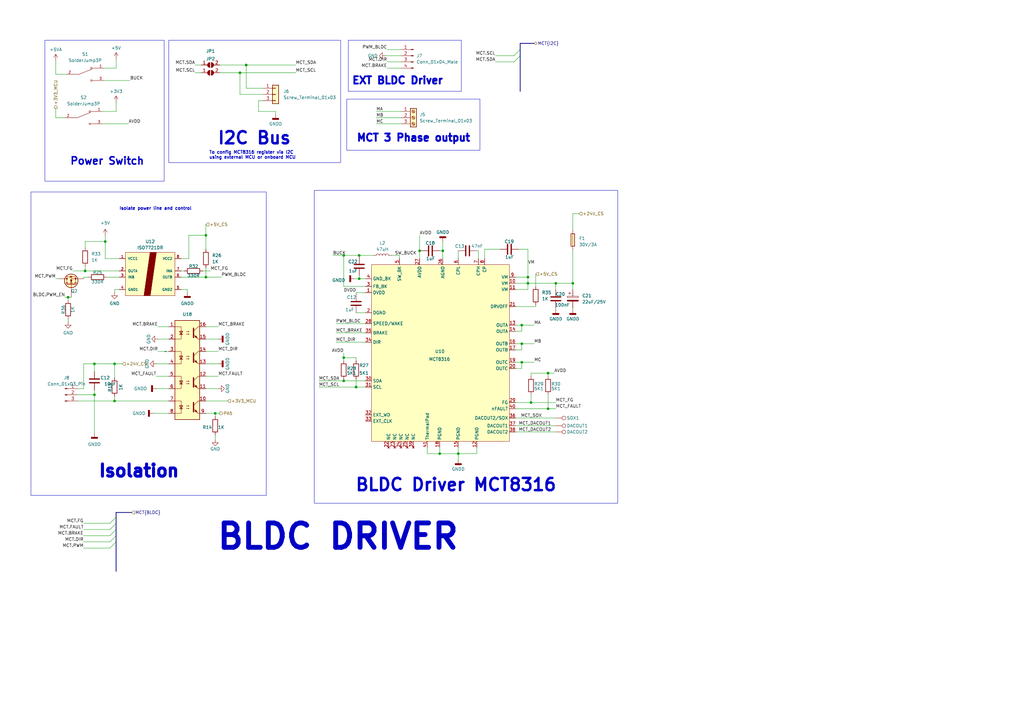
<source format=kicad_sch>
(kicad_sch (version 20230121) (generator eeschema)
  (paper "A3")
  (lib_symbols
    (symbol "IVS_SYMBOLS:C" (pin_numbers hide) (pin_names (offset 0.254))
      (property "Reference" "C" (at 0.635 2.54 0))
      (property "Value" "C" (at 0.635 -2.54 0))
      (symbol "C_1_1"
        (pin passive line (at 0 3.81 270) (length 2.794) (name "~") (number "1"))
        (pin passive line (at 0 -3.81 90) (length 2.794) (name "~") (number "2"))
      )
    )
    (symbol "IVS_SYMBOLS:C_Polarized" (pin_numbers hide) (pin_names (offset 0.254))
      (property "Reference" "C" (at 0.635 2.54 0))
      (property "Value" "C_Polarized" (at 0.635 -2.54 0))
      (symbol "C_Polarized_1_1"
        (pin passive line (at 0 3.81 270) (length 2.794) (name "~") (number "1"))
        (pin passive line (at 0 -3.81 90) (length 2.794) (name "~") (number "2"))
      )
    )
    (symbol "IVS_SYMBOLS:Conn_01x03" (pin_names (offset 1.016) hide)
      (property "Reference" "J" (at 0 5.08 0))
      (property "Value" "Conn_01x03" (at 0 -5.08 0))
      (symbol "Conn_01x03_1_1"
        (pin passive line (at -5.08 2.54 0) (length 3.81) (name "Pin_1") (number "1"))
        (pin passive line (at -5.08 0 0) (length 3.81) (name "Pin_2") (number "2"))
        (pin passive line (at -5.08 -2.54 0) (length 3.81) (name "Pin_3") (number "3"))
      )
    )
    (symbol "IVS_SYMBOLS:Conn_01x03_Pin" (pin_names (offset 1.016) hide)
      (property "Reference" "J" (at 0 5.08 0))
      (property "Value" "Conn_01x03_Pin" (at 0 -5.08 0))
      (symbol "Conn_01x03_Pin_1_1"
        (pin passive line (at 5.08 2.54 180) (length 3.81) (name "Pin_1") (number "1"))
        (pin passive line (at 5.08 0 180) (length 3.81) (name "Pin_2") (number "2"))
        (pin passive line (at 5.08 -2.54 180) (length 3.81) (name "Pin_3") (number "3"))
      )
    )
    (symbol "IVS_SYMBOLS:Conn_01x04_Male" (pin_names (offset 1.016) hide)
      (property "Reference" "J" (at 0 5.08 0))
      (property "Value" "Conn_01x04_Male" (at 0 -7.62 0))
      (symbol "Conn_01x04_Male_1_1"
        (pin passive line (at 5.08 2.54 180) (length 3.81) (name "Pin_1") (number "1"))
        (pin passive line (at 5.08 0 180) (length 3.81) (name "Pin_2") (number "2"))
        (pin passive line (at 5.08 -2.54 180) (length 3.81) (name "Pin_3") (number "3"))
        (pin passive line (at 5.08 -5.08 180) (length 3.81) (name "Pin_4") (number "4"))
      )
    )
    (symbol "IVS_SYMBOLS:EG1206" (pin_names (offset 1.016))
      (property "Reference" "S" (at -2.54 5.08 0))
      (property "Value" "EG1206" (at -2.54 -5.08 0))
      (symbol "EG1206_0_0"
        (pin passive line (at 7.62 2.54 180) (length 2.54) (name "~") (number "1"))
        (pin passive line (at -7.62 0 0) (length 2.54) (name "~") (number "2"))
        (pin passive line (at 7.62 -2.54 180) (length 2.54) (name "~") (number "3"))
      )
    )
    (symbol "IVS_SYMBOLS:Fuse" (pin_numbers hide) (pin_names (offset 0))
      (property "Reference" "F" (at 0 2.032 0))
      (property "Value" "Fuse" (at 0 -1.905 0))
      (symbol "Fuse_1_1"
        (pin passive line (at -3.81 0 0) (length 1.27) (name "~") (number "1"))
        (pin passive line (at 3.81 0 180) (length 1.27) (name "~") (number "2"))
      )
    )
    (symbol "IVS_SYMBOLS:ISO7721DR" (pin_names (offset 1.016))
      (property "Reference" "U" (at -10.16 11.16 0))
      (property "Value" "ISO7721DR" (at -10.16 -10.16 0))
      (symbol "ISO7721DR_0_0"
        (pin power_in line (at -12.7 7.62 0) (length 2.54) (name "VCC1") (number "1"))
        (pin output line (at -12.7 2.54 0) (length 2.54) (name "OUTA") (number "2"))
        (pin input line (at -12.7 0 0) (length 2.54) (name "INB") (number "3"))
        (pin power_in line (at -12.7 -5.08 0) (length 2.54) (name "GND1") (number "4"))
        (pin power_in line (at 12.7 -5.08 180) (length 2.54) (name "GND2") (number "5"))
        (pin output line (at 12.7 0 180) (length 2.54) (name "OUTB") (number "6"))
        (pin input line (at 12.7 2.54 180) (length 2.54) (name "INA") (number "7"))
        (pin power_in line (at 12.7 7.62 180) (length 2.54) (name "VCC2") (number "8"))
      )
    )
    (symbol "IVS_SYMBOLS:L" (pin_numbers hide) (pin_names (offset 1.016) hide)
      (property "Reference" "L" (at -1.27 0 90))
      (property "Value" "L" (at 1.905 0 90))
      (symbol "L_1_1"
        (pin passive line (at 0 3.81 270) (length 1.27) (name "1") (number "1"))
        (pin passive line (at 0 -3.81 90) (length 1.27) (name "2") (number "2"))
      )
    )
    (symbol "IVS_SYMBOLS:MCT8316"
      (property "Reference" "U10" (at -1.905 0.635 0))
      (property "Value" "MCT8316" (at -4.445 -2.54 0))
      (symbol "MCT8316_1_1"
        (pin power_in line (at -30.48 24.765 0) (length 2.54) (name "DVDD") (number "1"))
        (pin power_in line (at 31.115 28.575 180) (length 2.54) (name "VM") (number "10"))
        (pin power_in line (at 31.115 26.035 180) (length 2.54) (name "VM") (number "11"))
        (pin power_in line (at 15.24 -38.735 90) (length 2.54) (name "PGND") (number "12"))
        (pin output line (at 31.115 11.43 180) (length 2.54) (name "OUTA") (number "13"))
        (pin output line (at 31.115 8.89 180) (length 2.54) (name "OUTA") (number "14"))
        (pin power_in line (at 7.62 -38.735 90) (length 2.54) (name "PGND") (number "15"))
        (pin output line (at 31.115 3.81 180) (length 2.54) (name "OUTB") (number "16"))
        (pin output line (at 31.115 1.27 180) (length 2.54) (name "OUTB") (number "17"))
        (pin power_in line (at 0 -38.735 90) (length 2.54) (name "PGND") (number "18"))
        (pin output line (at 31.115 -3.81 180) (length 2.54) (name "OUTC") (number "19"))
        (pin power_in line (at -30.48 16.51 0) (length 2.54) (name "DGND") (number "2"))
        (pin output line (at 31.115 -6.35 180) (length 2.54) (name "OUTC") (number "20"))
        (pin input line (at 31.115 19.05 180) (length 2.54) (name "DRVOFF") (number "21"))
        (pin no_connect line (at -20.955 -38.735 90) (length 2.54) (name "NC") (number "22"))
        (pin no_connect line (at -18.415 -38.735 90) (length 2.54) (name "NC") (number "23"))
        (pin no_connect line (at -15.875 -38.735 90) (length 2.54) (name "NC") (number "24"))
        (pin no_connect line (at -13.335 -38.735 90) (length 2.54) (name "NC") (number "25"))
        (pin input line (at 1.27 38.735 270) (length 2.54) (name "AGND") (number "26"))
        (pin input line (at -8.255 38.735 270) (length 2.54) (name "AVDD") (number "27"))
        (pin input line (at -30.48 12.065 0) (length 2.54) (name "SPEED/WAKE") (number "28"))
        (pin output line (at 31.115 -20.32 180) (length 2.54) (name "FG") (number "29"))
        (pin input line (at -30.48 27.305 0) (length 2.54) (name "FB_BK") (number "3"))
        (pin bidirectional line (at -30.48 -11.43 0) (length 2.54) (name "SDA") (number "30"))
        (pin input line (at -30.48 -13.97 0) (length 2.54) (name "SCL") (number "31"))
        (pin input line (at -30.48 -25.4 0) (length 2.54) (name "EXT_WD") (number "32"))
        (pin input line (at -30.48 -27.94 0) (length 2.54) (name "EXT_CLK") (number "33"))
        (pin input line (at -30.48 4.445 0) (length 2.54) (name "DIR") (number "34"))
        (pin input line (at -30.48 8.255 0) (length 2.54) (name "BRAKE") (number "35"))
        (pin output line (at 31.115 -26.67 180) (length 2.54) (name "DACOUT2/SOX") (number "36"))
        (pin output line (at 31.115 -29.845 180) (length 2.54) (name "DACOUT1") (number "37"))
        (pin output line (at 31.115 -32.385 180) (length 2.54) (name "DACOUT2") (number "38"))
        (pin no_connect line (at -10.795 -38.735 90) (length 2.54) (name "NC") (number "39"))
        (pin input line (at -30.48 30.48 0) (length 2.54) (name "GND_BK") (number "4"))
        (pin output line (at 31.115 -22.86 180) (length 2.54) (name "nFAULT") (number "40"))
        (pin passive line (at -5.08 -38.735 90) (length 2.54) (name "ThermalPad") (number "41"))
        (pin input line (at -16.51 38.735 270) (length 2.54) (name "SW_BK") (number "5"))
        (pin input line (at 7.62 38.735 270) (length 2.54) (name "CPL") (number "6"))
        (pin input line (at 15.875 38.735 270) (length 2.54) (name "CPH") (number "7"))
        (pin input line (at 18.415 38.735 270) (length 2.54) (name "CP") (number "8"))
        (pin power_in line (at 31.115 31.115 180) (length 2.54) (name "VM") (number "9"))
      )
    )
    (symbol "IVS_SYMBOLS:N_Mosfet" (pin_numbers hide) (pin_names hide)
      (property "Reference" "Q" (at 2.794 1.2192 0))
      (symbol "N_Mosfet_1_1"
        (pin input line (at -7.62 0 0) (length 2.54) (name "G") (number "1"))
        (pin passive line (at 0 -5.08 90) (length 2.54) (name "S") (number "2"))
        (pin passive line (at 0 5.08 270) (length 2.54) (name "D") (number "3"))
      )
    )
    (symbol "IVS_SYMBOLS:PS2801-4"
      (property "Reference" "U" (at -4.445 21.59 0))
      (symbol "PS2801-4_1_1"
        (pin passive line (at -7.62 17.78 0) (length 2.54) (name "~") (number "1"))
        (pin passive line (at 7.62 -12.7 180) (length 2.54) (name "~") (number "10"))
        (pin passive line (at 7.62 -7.62 180) (length 2.54) (name "~") (number "11"))
        (pin passive line (at 7.62 -2.54 180) (length 2.54) (name "~") (number "12"))
        (pin passive line (at 7.62 2.54 180) (length 2.54) (name "~") (number "13"))
        (pin passive line (at 7.62 7.62 180) (length 2.54) (name "~") (number "14"))
        (pin passive line (at 7.62 12.7 180) (length 2.54) (name "~") (number "15"))
        (pin passive line (at 7.62 17.78 180) (length 2.54) (name "~") (number "16"))
        (pin passive line (at -7.62 12.7 0) (length 2.54) (name "~") (number "2"))
        (pin passive line (at -7.62 7.62 0) (length 2.54) (name "~") (number "3"))
        (pin passive line (at -7.62 2.54 0) (length 2.54) (name "~") (number "4"))
        (pin passive line (at -7.62 -2.54 0) (length 2.54) (name "~") (number "5"))
        (pin passive line (at -7.62 -7.62 0) (length 2.54) (name "~") (number "6"))
        (pin passive line (at -7.62 -12.7 0) (length 2.54) (name "~") (number "7"))
        (pin passive line (at -7.62 -17.78 0) (length 2.54) (name "~") (number "8"))
        (pin passive line (at 7.62 -17.78 180) (length 2.54) (name "~") (number "9"))
      )
    )
    (symbol "IVS_SYMBOLS:R" (pin_numbers hide) (pin_names (offset 0))
      (property "Reference" "R" (at 2.032 0 90))
      (property "Value" "R" (at 0 0 90))
      (symbol "R_1_1"
        (pin passive line (at 0 3.81 270) (length 1.27) (name "~") (number "1"))
        (pin passive line (at 0 -3.81 90) (length 1.27) (name "~") (number "2"))
      )
    )
    (symbol "IVS_SYMBOLS:Screw_Terminal_01x03" (pin_names (offset 1.016) hide)
      (property "Reference" "J" (at 0 5.08 0))
      (property "Value" "Screw_Terminal_01x03" (at 0 -5.08 0))
      (symbol "Screw_Terminal_01x03_1_1"
        (pin passive line (at -5.08 2.54 0) (length 3.81) (name "Pin_1") (number "1"))
        (pin passive line (at -5.08 0 0) (length 3.81) (name "Pin_2") (number "2"))
        (pin passive line (at -5.08 -2.54 0) (length 3.81) (name "Pin_3") (number "3"))
      )
    )
    (symbol "IVS_SYMBOLS:SolderJumper_2_Open" (pin_names (offset 0) hide)
      (property "Reference" "JP" (at 0 2.032 0))
      (property "Value" "SolderJumper_2_Open" (at 0 -2.54 0))
      (symbol "SolderJumper_2_Open_1_1"
        (pin passive line (at -3.81 0 0) (length 2.54) (name "A") (number "1"))
        (pin passive line (at 3.81 0 180) (length 2.54) (name "B") (number "2"))
      )
    )
    (symbol "IVS_SYMBOLS:TestPoint" (pin_numbers hide) (pin_names (offset 0.762) hide)
      (property "Reference" "TP" (at 0 6.858 0))
      (property "Value" "TestPoint" (at 0 5.08 0))
      (symbol "TestPoint_1_1"
        (pin passive line (at 0 0 90) (length 2.54) (name "1") (number "1"))
      )
    )
    (symbol "power:+3V3" (power) (pin_names (offset 0))
      (property "Value" "+3V3" (at 0 3.556 0))
      (symbol "+3V3_1_1"
        (pin power_in line (at 0 0 90) (length 0) hide (name "+3V3") (number "1"))
      )
    )
    (symbol "power:+5V" (power) (pin_names (offset 0))
      (property "Value" "+5V" (at 0 3.556 0))
      (symbol "+5V_1_1"
        (pin power_in line (at 0 0 90) (length 0) hide (name "+5V") (number "1"))
      )
    )
    (symbol "power:+5VA" (power) (pin_names (offset 0))
      (property "Value" "+5VA" (at 0 3.556 0))
      (symbol "+5VA_1_1"
        (pin power_in line (at 0 0 90) (length 0) hide (name "+5VA") (number "1"))
      )
    )
    (symbol "power:GND" (power) (pin_names (offset 0))
      (property "Value" "GND" (at 0 -3.81 0))
      (symbol "GND_1_1"
        (pin power_in line (at 0 0 270) (length 0) hide (name "GND") (number "1"))
      )
    )
    (symbol "power:GNDD" (power) (pin_names (offset 0))
      (property "Value" "GNDD" (at 0 -3.175 0))
      (symbol "GNDD_1_1"
        (pin power_in line (at 0 0 270) (length 0) hide (name "GNDD") (number "1"))
      )
    )
  )
  (bus_alias "BLDC" (members "FG" "FAULT" "BRAKE" "DIR" "PWM"))
  (junction (at 46.99 164.465))
  (junction (at 172.085 102.87))
  (junction (at 38.735 149.225))
  (junction (at 224.79 153.035))
  (junction (at 84.455 113.665))
  (junction (at 140.97 104.775))
  (junction (at 146.05 158.75))
  (junction (at 216.535 113.665))
  (junction (at 140.97 146.685))
  (junction (at 147.32 104.775))
  (junction (at 213.995 148.59))
  (junction (at 88.265 169.545))
  (junction (at 227.965 116.205))
  (junction (at 213.995 140.97))
  (junction (at 34.925 111.125))
  (junction (at 27.94 121.92))
  (junction (at 217.805 165.1))
  (junction (at 140.97 156.21))
  (junction (at 216.535 116.205))
  (junction (at 43.18 99.06))
  (junction (at 46.99 149.225))
  (junction (at 181.61 102.87))
  (junction (at 38.735 161.925))
  (junction (at 187.96 186.055))
  (junction (at 100.965 26.67))
  (junction (at 98.425 29.845))
  (junction (at 213.995 133.35))
  (junction (at 84.455 96.52))
  (junction (at 224.79 167.64))
  (junction (at 234.95 116.205))
  (junction (at 147.32 114.3))
  (junction (at 180.34 186.055))
  (bus_entry (at 45.085 217.17) (size 2.54 -2.54))
  (bus_entry (at 210.82 25.4) (size 2.54 -2.54))
  (bus_entry (at 210.82 22.86) (size 2.54 -2.54))
  (bus_entry (at 45.085 219.71) (size 2.54 -2.54))
  (bus_entry (at 45.085 214.63) (size 2.54 -2.54))
  (bus_entry (at 45.085 224.79) (size 2.54 -2.54))
  (bus_entry (at 45.085 222.25) (size 2.54 -2.54))
  (wire (pts (xy 34.29 222.25) (xy 45.085 222.25)))
  (wire (pts (xy 84.455 96.52) (xy 84.455 102.235)))
  (wire (pts (xy 69.215 169.545) (xy 62.865 169.545)))
  (wire (pts (xy 216.535 116.205) (xy 216.535 118.745)))
  (wire (pts (xy 224.79 153.035) (xy 224.79 154.305)))
  (wire (pts (xy 205.105 102.235) (xy 198.755 102.235)))
  (wire (pts (xy 234.95 116.205) (xy 234.95 102.235)))
  (bus (pts (xy 213.36 20.32) (xy 213.36 22.86)))
  (wire (pts (xy 219.71 125.73) (xy 219.71 125.095)))
  (wire (pts (xy 213.995 148.59) (xy 219.075 148.59)))
  (wire (pts (xy 137.795 140.335) (xy 149.86 140.335)))
  (wire (pts (xy 224.79 153.035) (xy 227.33 153.035)))
  (wire (pts (xy 211.455 177.165) (xy 227.965 177.165)))
  (wire (pts (xy 234.95 126.365) (xy 234.95 127)))
  (wire (pts (xy 146.05 147.955) (xy 146.05 146.685)))
  (wire (pts (xy 234.95 87.63) (xy 234.95 94.615)))
  (bus (pts (xy 47.625 219.71) (xy 47.625 222.25)))
  (wire (pts (xy 172.72 102.87) (xy 172.085 102.87)))
  (wire (pts (xy 216.535 116.205) (xy 216.535 113.665)))
  (wire (pts (xy 147.32 114.3) (xy 149.86 114.3)))
  (wire (pts (xy 213.995 140.97) (xy 219.075 140.97)))
  (wire (pts (xy 41.91 45.72) (xy 47.625 45.72)))
  (wire (pts (xy 90.17 26.67) (xy 100.965 26.67)))
  (wire (pts (xy 34.925 109.22) (xy 34.925 111.125)))
  (wire (pts (xy 187.96 102.87) (xy 187.96 106.045)))
  (wire (pts (xy 88.265 180.34) (xy 88.265 178.435)))
  (wire (pts (xy 158.75 25.4) (xy 164.465 25.4)))
  (wire (pts (xy 38.735 161.925) (xy 38.735 160.02)))
  (wire (pts (xy 98.425 29.845) (xy 121.285 29.845)))
  (wire (pts (xy 211.455 143.51) (xy 213.995 143.51)))
  (wire (pts (xy 136.525 104.775) (xy 140.97 104.775)))
  (bus (pts (xy 213.36 22.86) (xy 213.36 37.465)))
  (wire (pts (xy 89.535 144.145) (xy 84.455 144.145)))
  (wire (pts (xy 149.86 120.015) (xy 146.05 120.015)))
  (wire (pts (xy 146.05 128.27) (xy 149.86 128.27)))
  (wire (pts (xy 140.97 146.685) (xy 140.97 147.955)))
  (wire (pts (xy 84.455 149.225) (xy 89.535 149.225)))
  (wire (pts (xy 46.99 149.225) (xy 46.99 154.94)))
  (wire (pts (xy 217.805 153.035) (xy 224.79 153.035)))
  (wire (pts (xy 22.86 30.48) (xy 22.86 24.765)))
  (wire (pts (xy 180.34 183.515) (xy 180.34 186.055)))
  (wire (pts (xy 234.95 116.205) (xy 234.95 118.745)))
  (wire (pts (xy 145.415 114.3) (xy 147.32 114.3)))
  (wire (pts (xy 84.455 154.305) (xy 89.535 154.305)))
  (wire (pts (xy 84.455 159.385) (xy 89.535 159.385)))
  (wire (pts (xy 46.99 149.225) (xy 50.165 149.225)))
  (wire (pts (xy 147.32 104.775) (xy 147.32 105.41)))
  (wire (pts (xy 211.455 174.625) (xy 227.965 174.625)))
  (wire (pts (xy 224.79 167.64) (xy 227.965 167.64)))
  (wire (pts (xy 41.91 50.8) (xy 52.705 50.8)))
  (wire (pts (xy 203.2 25.4) (xy 210.82 25.4)))
  (wire (pts (xy 84.455 109.855) (xy 84.455 113.665)))
  (wire (pts (xy 84.455 92.075) (xy 84.455 96.52)))
  (wire (pts (xy 163.83 104.775) (xy 160.655 104.775)))
  (wire (pts (xy 34.29 159.385) (xy 34.29 149.225)))
  (wire (pts (xy 69.215 144.145) (xy 64.77 144.145)))
  (wire (pts (xy 227.965 126.365) (xy 227.965 127)))
  (wire (pts (xy 195.58 102.87) (xy 196.215 102.87)))
  (wire (pts (xy 34.29 217.17) (xy 45.085 217.17)))
  (wire (pts (xy 43.18 99.06) (xy 43.18 96.52)))
  (wire (pts (xy 80.01 26.67) (xy 82.55 26.67)))
  (wire (pts (xy 80.01 29.845) (xy 82.55 29.845)))
  (wire (pts (xy 217.805 165.1) (xy 217.805 161.925)))
  (wire (pts (xy 211.455 167.64) (xy 224.79 167.64)))
  (wire (pts (xy 48.895 106.045) (xy 43.18 106.045)))
  (wire (pts (xy 181.61 102.87) (xy 181.61 106.045)))
  (bus (pts (xy 47.625 212.09) (xy 47.625 214.63)))
  (wire (pts (xy 34.29 114.3) (xy 34.29 113.665)))
  (wire (pts (xy 77.47 96.52) (xy 84.455 96.52)))
  (wire (pts (xy 146.05 146.685) (xy 140.97 146.685)))
  (bus (pts (xy 47.625 210.185) (xy 47.625 212.09)))
  (wire (pts (xy 22.86 30.48) (xy 27.305 30.48)))
  (wire (pts (xy 211.455 171.45) (xy 227.965 171.45)))
  (wire (pts (xy 137.795 136.525) (xy 149.86 136.525)))
  (wire (pts (xy 187.96 186.055) (xy 187.96 188.595)))
  (wire (pts (xy 84.455 113.665) (xy 90.805 113.665)))
  (wire (pts (xy 89.535 133.985) (xy 84.455 133.985)))
  (wire (pts (xy 42.545 33.02) (xy 53.34 33.02)))
  (wire (pts (xy 34.925 111.125) (xy 48.895 111.125)))
  (wire (pts (xy 217.805 165.1) (xy 227.965 165.1)))
  (wire (pts (xy 146.05 120.015) (xy 146.05 120.65)))
  (wire (pts (xy 46.99 164.465) (xy 69.215 164.465)))
  (wire (pts (xy 47.625 45.72) (xy 47.625 41.91)))
  (wire (pts (xy 213.995 135.89) (xy 213.995 133.35)))
  (wire (pts (xy 154.305 48.26) (xy 164.465 48.26)))
  (wire (pts (xy 27.94 121.92) (xy 27.94 123.19)))
  (wire (pts (xy 227.965 116.205) (xy 216.535 116.205)))
  (wire (pts (xy 34.925 99.06) (xy 43.18 99.06)))
  (wire (pts (xy 46.99 118.745) (xy 46.99 120.015)))
  (wire (pts (xy 140.97 155.575) (xy 140.97 156.21)))
  (wire (pts (xy 31.75 161.925) (xy 38.735 161.925)))
  (wire (pts (xy 147.32 113.03) (xy 147.32 114.3)))
  (wire (pts (xy 31.75 164.465) (xy 46.99 164.465)))
  (wire (pts (xy 187.96 186.055) (xy 195.58 186.055)))
  (wire (pts (xy 175.26 183.515) (xy 175.26 186.055)))
  (wire (pts (xy 153.035 104.775) (xy 147.32 104.775)))
  (wire (pts (xy 84.455 113.665) (xy 74.295 113.665)))
  (wire (pts (xy 26.67 121.92) (xy 27.94 121.92)))
  (wire (pts (xy 227.965 116.205) (xy 227.965 118.745)))
  (wire (pts (xy 88.265 169.545) (xy 88.265 170.815)))
  (wire (pts (xy 213.995 133.35) (xy 219.075 133.35)))
  (bus (pts (xy 219.075 17.78) (xy 213.36 17.78)))
  (bus (pts (xy 47.625 217.17) (xy 47.625 219.71)))
  (wire (pts (xy 212.725 102.235) (xy 216.535 102.235)))
  (wire (pts (xy 69.215 139.065) (xy 64.77 139.065)))
  (wire (pts (xy 149.86 117.475) (xy 140.97 117.475)))
  (wire (pts (xy 180.34 102.87) (xy 181.61 102.87)))
  (wire (pts (xy 46.99 162.56) (xy 46.99 164.465)))
  (wire (pts (xy 203.2 22.86) (xy 210.82 22.86)))
  (wire (pts (xy 34.925 101.6) (xy 34.925 99.06)))
  (wire (pts (xy 163.83 106.045) (xy 163.83 104.775)))
  (wire (pts (xy 146.05 155.575) (xy 146.05 158.75)))
  (wire (pts (xy 64.135 159.385) (xy 69.215 159.385)))
  (wire (pts (xy 34.29 219.71) (xy 45.085 219.71)))
  (wire (pts (xy 140.97 117.475) (xy 140.97 104.775)))
  (wire (pts (xy 216.535 113.665) (xy 211.455 113.665)))
  (bus (pts (xy 53.975 210.185) (xy 47.625 210.185)))
  (wire (pts (xy 219.71 112.395) (xy 219.71 117.475)))
  (wire (pts (xy 29.845 111.125) (xy 34.925 111.125)))
  (wire (pts (xy 84.455 139.065) (xy 89.535 139.065)))
  (wire (pts (xy 172.085 102.87) (xy 172.085 106.045)))
  (wire (pts (xy 180.34 186.055) (xy 187.96 186.055)))
  (wire (pts (xy 146.05 158.75) (xy 149.86 158.75)))
  (wire (pts (xy 211.455 151.13) (xy 213.995 151.13)))
  (wire (pts (xy 211.455 116.205) (xy 216.535 116.205)))
  (wire (pts (xy 34.29 149.225) (xy 38.735 149.225)))
  (bus (pts (xy 47.625 214.63) (xy 47.625 217.17)))
  (wire (pts (xy 211.455 135.89) (xy 213.995 135.89)))
  (bus (pts (xy 213.36 17.78) (xy 213.36 20.32)))
  (wire (pts (xy 130.81 158.75) (xy 146.05 158.75)))
  (wire (pts (xy 74.295 118.745) (xy 76.835 118.745)))
  (wire (pts (xy 98.425 38.735) (xy 98.425 29.845)))
  (wire (pts (xy 93.345 164.465) (xy 84.455 164.465)))
  (wire (pts (xy 100.965 36.195) (xy 100.965 26.67)))
  (wire (pts (xy 74.295 111.125) (xy 75.565 111.125)))
  (wire (pts (xy 27.94 121.92) (xy 29.21 121.92)))
  (wire (pts (xy 113.03 45.72) (xy 113.03 46.99)))
  (wire (pts (xy 140.97 144.78) (xy 140.97 146.685)))
  (wire (pts (xy 198.755 102.235) (xy 198.755 106.045)))
  (wire (pts (xy 217.805 154.305) (xy 217.805 153.035)))
  (wire (pts (xy 43.815 113.665) (xy 48.895 113.665)))
  (wire (pts (xy 158.75 20.32) (xy 164.465 20.32)))
  (wire (pts (xy 154.305 50.8) (xy 164.465 50.8)))
  (wire (pts (xy 34.29 214.63) (xy 45.085 214.63)))
  (wire (pts (xy 27.94 130.81) (xy 27.94 132.08)))
  (wire (pts (xy 216.535 102.235) (xy 216.535 113.665)))
  (wire (pts (xy 107.95 41.275) (xy 106.045 41.275)))
  (wire (pts (xy 106.045 45.72) (xy 113.03 45.72)))
  (wire (pts (xy 22.86 44.45) (xy 22.86 48.26)))
  (wire (pts (xy 90.17 29.845) (xy 98.425 29.845)))
  (wire (pts (xy 175.26 186.055) (xy 180.34 186.055)))
  (bus (pts (xy 47.625 222.25) (xy 47.625 234.315)))
  (wire (pts (xy 195.58 186.055) (xy 195.58 183.515)))
  (wire (pts (xy 224.79 167.64) (xy 224.79 161.925)))
  (wire (pts (xy 48.895 118.745) (xy 46.99 118.745)))
  (wire (pts (xy 22.86 48.26) (xy 26.67 48.26)))
  (wire (pts (xy 137.795 132.715) (xy 149.86 132.715)))
  (wire (pts (xy 34.29 224.79) (xy 45.085 224.79)))
  (wire (pts (xy 100.965 26.67) (xy 121.285 26.67)))
  (wire (pts (xy 211.455 125.73) (xy 219.71 125.73)))
  (wire (pts (xy 38.735 149.225) (xy 46.99 149.225)))
  (wire (pts (xy 213.995 151.13) (xy 213.995 148.59)))
  (wire (pts (xy 74.295 106.045) (xy 77.47 106.045)))
  (wire (pts (xy 213.995 143.51) (xy 213.995 140.97)))
  (wire (pts (xy 140.97 104.775) (xy 147.32 104.775)))
  (wire (pts (xy 43.18 106.045) (xy 43.18 99.06)))
  (wire (pts (xy 86.36 111.125) (xy 83.185 111.125)))
  (wire (pts (xy 211.455 148.59) (xy 213.995 148.59)))
  (wire (pts (xy 47.625 27.94) (xy 47.625 24.13)))
  (wire (pts (xy 154.305 45.72) (xy 164.465 45.72)))
  (wire (pts (xy 76.835 118.745) (xy 76.835 120.015)))
  (wire (pts (xy 107.95 36.195) (xy 100.965 36.195)))
  (wire (pts (xy 38.735 149.225) (xy 38.735 152.4)))
  (wire (pts (xy 211.455 140.97) (xy 213.995 140.97)))
  (wire (pts (xy 172.085 96.52) (xy 172.085 102.87)))
  (wire (pts (xy 211.455 165.1) (xy 217.805 165.1)))
  (wire (pts (xy 64.135 154.305) (xy 69.215 154.305)))
  (wire (pts (xy 84.455 169.545) (xy 88.265 169.545)))
  (wire (pts (xy 106.045 41.275) (xy 106.045 45.72)))
  (wire (pts (xy 69.215 133.985) (xy 64.77 133.985)))
  (wire (pts (xy 34.29 113.665) (xy 36.195 113.665)))
  (wire (pts (xy 211.455 118.745) (xy 216.535 118.745)))
  (wire (pts (xy 181.61 99.06) (xy 181.61 102.87)))
  (wire (pts (xy 187.96 183.515) (xy 187.96 186.055)))
  (wire (pts (xy 158.115 22.86) (xy 164.465 22.86)))
  (wire (pts (xy 38.735 161.925) (xy 38.735 177.8)))
  (wire (pts (xy 196.215 102.87) (xy 196.215 106.045)))
  (wire (pts (xy 107.95 38.735) (xy 98.425 38.735)))
  (wire (pts (xy 42.545 27.94) (xy 47.625 27.94)))
  (wire (pts (xy 158.75 27.94) (xy 164.465 27.94)))
  (wire (pts (xy 211.455 133.35) (xy 213.995 133.35)))
  (wire (pts (xy 140.97 156.21) (xy 149.86 156.21)))
  (wire (pts (xy 237.49 87.63) (xy 234.95 87.63)))
  (wire (pts (xy 88.265 169.545) (xy 90.17 169.545)))
  (wire (pts (xy 24.13 114.3) (xy 22.86 114.3)))
  (wire (pts (xy 130.81 156.21) (xy 140.97 156.21)))
  (wire (pts (xy 227.965 116.205) (xy 234.95 116.205)))
  (wire (pts (xy 69.215 149.225) (xy 64.135 149.225)))
  (wire (pts (xy 77.47 96.52) (xy 77.47 106.045)))
  (wire (pts (xy 34.29 159.385) (xy 31.75 159.385)))
  (rectangle (start 12.7 78.74) (end 109.22 203.2))
  (rectangle (start 128.905 78.105) (end 253.365 206.375))
  (rectangle (start 142.24 40.64) (end 196.85 61.595))
  (rectangle (start 69.215 16.51) (end 139.7 66.675))
  (rectangle (start 18.415 16.51) (end 67.31 74.295))
  (rectangle (start 142.875 16.51) (end 189.23 37.465))
  (text "BLDC DRIVER" (at 88.265 226.06 0) (effects (font (size 10 10) (thickness 2) bold) (justify left bottom)))
  (text "I2C Bus" (at 88.9 59.69 0) (effects (font (size 5 5) bold) (justify left bottom)))
  (text "Isolate power line and control " (at 48.895 86.36 0) (effects (font (size 1.27 1.27) bold) (justify left bottom)))
  (text "To config MCT8316 register via I2C \nusing external MCU or onboard MCU" (at 85.725 65.405 0) (effects (font (size 1.27 1.27) bold) (justify left bottom)))
  (text "BLDC Driver MCT8316" (at 145.415 201.93 0) (effects (font (size 5 5) bold) (justify left bottom)))
  (text "Power Switch" (at 28.575 67.945 0) (effects (font (size 3 3) bold) (justify left bottom)))
  (text "MCT 3 Phase output" (at 146.05 58.42 0) (effects (font (size 3 3) (thickness 2) bold) (justify left bottom)))
  (text "EXT BLDC Driver" (at 144.145 34.925 0) (effects (font (size 3 3) (thickness 2) bold) (justify left bottom)))
  (text "Isolation" (at 40.005 196.215 0) (effects (font (size 5 5) (thickness 2) bold) (justify left bottom)))
  (label "MCT.SDA" (at 203.2 25.4 180))
  (label "MCT.SCL" (at 80.01 29.845 180))
  (label "AVDD" (at 227.33 153.035 0))
  (label "MCT_SCL" (at 121.285 29.845 0))
  (label "MC" (at 219.075 148.59 0))
  (label "AVDD" (at 172.085 96.52 0))
  (label "MCT_FG" (at 86.36 111.125 0))
  (label "AVDD" (at 52.705 50.8 0))
  (label "MCT_DIR" (at 137.795 140.335 0))
  (label "MCT_DIR" (at 89.535 144.145 0))
  (label "MCT_SOX" (at 222.25 171.45 180))
  (label "MCT.DIR" (at 64.77 144.145 180))
  (label "MCT.DIR" (at 34.29 222.25 180))
  (label "MCT.FAULT" (at 89.535 154.305 0))
  (label "MCT_SDA" (at 130.81 156.21 0))
  (label "MB" (at 219.075 140.97 0))
  (label "MCT_DACOUT1" (at 226.06 174.625 180))
  (label "MCT.BRAKE" (at 34.29 219.71 180))
  (label "MB" (at 154.305 48.26 0))
  (label "MCT_FG" (at 227.965 165.1 0))
  (label "PWM_BLDC" (at 137.795 132.715 0))
  (label "MCT_BRAKE" (at 137.795 136.525 0))
  (label "MCT.BRAKE" (at 64.77 133.985 180))
  (label "BLDC.PWM_EN" (at 26.67 121.92 180))
  (label "MCT_BRAKE" (at 89.535 133.985 0))
  (label "MCT.SDA" (at 80.01 26.67 180))
  (label "BUCK" (at 136.525 104.775 0))
  (label "MCT.DIR" (at 158.75 25.4 180))
  (label "MCT.PWM" (at 34.29 224.79 180))
  (label "BUCK" (at 53.34 33.02 0))
  (label "MCT_FAULT" (at 227.965 167.64 0))
  (label "MCT_SCL" (at 130.81 158.75 0))
  (label "MCT.FG" (at 29.845 111.125 180))
  (label "MCT.FG" (at 34.29 214.63 180))
  (label "AVDD" (at 140.97 144.78 180))
  (label "VM" (at 216.535 108.585 0))
  (label "PWM_BLDC" (at 158.75 20.32 180))
  (label "MA" (at 154.305 45.72 0))
  (label "MCT_SDA" (at 121.285 26.67 0))
  (label "SW_BUCK" (at 161.925 104.775 0))
  (label "MCT.BRAKE" (at 158.75 27.94 180))
  (label "MCT.FAULT" (at 34.29 217.17 180))
  (label "MCT.PWM" (at 22.86 114.3 180))
  (label "DVDD" (at 146.05 120.015 180))
  (label "MA" (at 219.075 133.35 0))
  (label "MCT_FAULT" (at 64.135 154.305 180))
  (label "PWM_BLDC" (at 90.805 113.665 0))
  (label "MCT_DACOUT2" (at 226.06 177.165 180))
  (label "MC" (at 154.305 50.8 0))
  (label "MCT.SCL" (at 203.2 22.86 180))
  (hierarchical_label "+24V_CS" (shape input) (at 50.165 149.225 0))
  (hierarchical_label "+3V3_MCU" (shape input) (at 93.345 164.465 0))
  (hierarchical_label "+5V_CS" (shape input) (at 84.455 92.075 0))
  (hierarchical_label "MCT{BLDC}" (shape input) (at 53.975 210.185 0))
  (hierarchical_label "MCT{I2C}" (shape bidirectional) (at 219.075 17.78 0))
  (hierarchical_label "+24V_CS" (shape input) (at 237.49 87.63 0))
  (hierarchical_label "PA5" (shape output) (at 90.17 169.545 0))
  (hierarchical_label "+3V3_MCU" (shape output) (at 22.86 44.45 90))
  (hierarchical_label "+5V_CS" (shape input) (at 219.71 112.395 0))
  (symbol (lib_id "power:GND") (at 64.77 139.065 270) (mirror x) (unit 1)
    (property "Reference" "#PWR033" (effects hide))
    (property "Value" "GND" (at 60.96 139.065 0))
  )
  (symbol (lib_id "IVS_SYMBOLS:R") (at 219.71 121.285 0) (unit 1)
    (property "Reference" "R35" (at 222.25 120.015 0) (effects (justify left)))
    (property "Value" "1K" (at 222.25 122.555 0) (effects (justify left)))
    (property "Footprint" "IVS_FOOTPRINTS:R_0603" (effects hide))
  )
  (symbol (lib_id "IVS_SYMBOLS:EG1206") (at 34.29 48.26 0) (unit 1) (in_bom no)
    (property "Reference" "S2" (at 34.29 40.005 0))
    (property "Value" "SolderJump3P" (at 34.29 42.545 0))
    (property "Footprint" "Jumper:SolderJumper-3_P1.3mm_Open_RoundedPad1.0x1.5mm_NumberLabels" (effects hide))
    (property "PARTREV" "B" (effects hide))
    (property "STANDARD" "Manufacturer Recommendations" (effects hide))
    (property "SNAPEDA_PN" "EG1206" (effects hide))
    (property "MAXIMUM_PACKAGE_HEIGHT" "6 mm" (effects hide))
    (property "MANUFACTURER" "E-Switch" (effects hide))
  )
  (symbol (lib_id "IVS_SYMBOLS:R") (at 40.005 113.665 90) (unit 1)
    (property "Reference" "R25" (at 40.005 111.76 90))
    (property "Value" "330R" (at 40.005 115.57 90))
    (property "Footprint" "IVS_FOOTPRINTS:R_0603" (effects hide))
  )
  (symbol (lib_id "IVS_SYMBOLS:TestPoint") (at 227.965 171.45 270) (unit 1) (in_bom no)
    (property "Reference" "SOX1" (at 232.41 171.45 90) (effects (justify left)))
    (property "Value" "TestPoint" (effects hide))
    (property "Footprint" "IVS_FOOTPRINTS:TestPoint_Pad_D1.0mm" (effects hide))
  )
  (symbol (lib_id "IVS_SYMBOLS:R") (at 34.925 105.41 0) (unit 1)
    (property "Reference" "R33" (at 37.465 104.14 0) (effects (justify left)))
    (property "Value" "1K" (at 37.465 106.68 0) (effects (justify left)))
    (property "Footprint" "IVS_FOOTPRINTS:R_0603" (effects hide))
  )
  (symbol (lib_id "power:GND") (at 158.115 22.86 270) (unit 1)
    (property "Reference" "#PWR053" (effects hide))
    (property "Value" "GND" (at 154.94 22.86 90) (effects (justify right)))
  )
  (symbol (lib_id "IVS_SYMBOLS:R") (at 27.94 127 180) (unit 1)
    (property "Reference" "R36" (at 26.035 127 90))
    (property "Value" "1K" (at 29.845 127 90))
    (property "Footprint" "IVS_FOOTPRINTS:R_0603" (effects hide))
  )
  (symbol (lib_id "IVS_SYMBOLS:C_Polarized") (at 234.95 122.555 0) (unit 1)
    (property "Reference" "C21" (at 238.76 121.285 0) (effects (justify left)))
    (property "Value" "22uF/25V" (at 238.76 123.825 0) (effects (justify left)))
    (property "Footprint" "Capacitor_Tantalum_SMD:CP_EIA-7343-15_Kemet-W_Pad2.25x2.55mm_HandSolder" (effects hide))
  )
  (symbol (lib_id "power:+5V") (at 47.625 24.13 0) (unit 1)
    (property "Reference" "#PWR032" (effects hide))
    (property "Value" "+5V" (at 47.625 19.685 0))
  )
  (symbol (lib_id "power:GND") (at 89.535 159.385 90) (unit 1)
    (property "Reference" "#PWR015" (effects hide))
    (property "Value" "GND" (at 93.345 159.385 0))
  )
  (symbol (lib_id "power:GND") (at 64.135 149.225 270) (mirror x) (unit 1)
    (property "Reference" "#PWR048" (effects hide))
    (property "Value" "GND" (at 60.325 149.225 0))
  )
  (symbol (lib_id "IVS_SYMBOLS:C") (at 191.77 102.87 90) (unit 1)
    (property "Reference" "C13" (at 190.5 100.965 90) (effects (justify left)))
    (property "Value" "47nF" (at 198.12 100.965 90) (effects (justify left)))
    (property "Footprint" "IVS_FOOTPRINTS:C_0603" (effects hide))
  )
  (symbol (lib_id "power:+5VA") (at 22.86 24.765 0) (unit 1)
    (property "Reference" "#PWR043" (effects hide))
    (property "Value" "+5VA" (at 22.86 20.32 0))
  )
  (symbol (lib_id "IVS_SYMBOLS:MCT8316") (at 180.34 144.78 0) (unit 1)
    (property "Reference" "U10" (at 178.435 144.145 0) (effects (justify left)))
    (property "Value" "MCT8316" (at 175.895 147.32 0) (effects (justify left)))
    (property "Footprint" "IVS_FOOTPRINTS:VQFN-40-1EP_7x7mm_P0.5mm_EP5.7x3.7mm_ThermalVias" (effects hide))
  )
  (symbol (lib_id "IVS_SYMBOLS:C") (at 147.32 109.22 180) (unit 1)
    (property "Reference" "C22" (at 146.685 107.315 0) (effects (justify left)))
    (property "Value" "1uF" (at 146.685 111.125 0) (effects (justify left)))
    (property "Footprint" "IVS_FOOTPRINTS:C_0805" (effects hide))
  )
  (symbol (lib_id "IVS_SYMBOLS:Fuse") (at 234.95 98.425 270) (unit 1)
    (property "Reference" "F1" (at 237.49 97.79 90) (effects (justify left)))
    (property "Value" "30V/3A" (at 237.49 100.33 90) (effects (justify left)))
    (property "Footprint" "Fuse:Fuse_Bourns_MF-RG300" (effects hide))
    (instances (project "DriverMotor" (path "" (reference "F1") (unit 1)) (path "" (reference "F2") (unit 1))))
  )
  (symbol (lib_id "power:GND") (at 27.94 132.08 0) (unit 1)
    (property "Reference" "#PWR07" (effects hide))
    (property "Value" "GND" (at 27.94 136.525 0))
  )
  (symbol (lib_id "IVS_SYMBOLS:R") (at 224.79 158.115 0) (unit 1)
    (property "Reference" "R30" (at 226.06 157.48 0) (effects (justify left)))
    (property "Value" "5K1" (at 226.06 159.385 0) (effects (justify left)))
    (property "Footprint" "IVS_FOOTPRINTS:R_0603" (effects hide))
  )
  (symbol (lib_id "power:GNDD") (at 113.03 46.99 0) (unit 1)
    (property "Reference" "#PWR06" (effects hide))
    (property "Value" "GNDD" (at 113.03 50.8 0))
  )
  (symbol (lib_id "IVS_SYMBOLS:TestPoint") (at 227.965 174.625 270) (unit 1) (in_bom no)
    (property "Reference" "DACOUT1" (at 232.41 174.625 90) (effects (justify left)))
    (property "Value" "TestPoint" (effects hide))
    (property "Footprint" "IVS_FOOTPRINTS:TestPoint_Pad_D1.0mm" (effects hide))
  )
  (symbol (lib_id "IVS_SYMBOLS:R") (at 217.805 158.115 0) (unit 1)
    (property "Reference" "R29" (at 219.075 157.48 0) (effects (justify left)))
    (property "Value" "5K1" (at 219.075 159.385 0) (effects (justify left)))
    (property "Footprint" "IVS_FOOTPRINTS:R_0603" (effects hide))
  )
  (symbol (lib_id "power:GNDD") (at 64.135 159.385 270) (mirror x) (unit 1)
    (property "Reference" "#PWR03" (effects hide))
    (property "Value" "GNDD" (at 60.325 159.385 90) (effects (justify right)))
  )
  (symbol (lib_id "power:+5V") (at 43.18 96.52 0) (unit 1)
    (property "Reference" "#PWR040" (effects hide))
    (property "Value" "+5V" (at 43.18 91.44 0))
  )
  (symbol (lib_id "IVS_SYMBOLS:R") (at 146.05 151.765 0) (unit 1)
    (property "Reference" "R27" (at 147.32 149.86 0) (effects (justify left)))
    (property "Value" "5K1" (at 147.32 153.035 0) (effects (justify left)))
    (property "Footprint" "IVS_FOOTPRINTS:R_0603" (effects hide))
  )
  (symbol (lib_id "IVS_SYMBOLS:ISO7721DR") (at 61.595 113.665 0) (unit 1)
    (property "Reference" "U12" (at 61.595 99.06 0))
    (property "Value" "ISO7721DR" (at 61.595 101.6 0))
    (property "Footprint" "IVS_FOOTPRINTS:SOIC-8_5.23x5.23mm_P1.27mm" (effects hide))
    (property "STANDARD" "IPC-7351B" (effects hide))
    (property "MANUFACTURER" "Texas Instruments" (effects hide))
    (property "MAXIMUM_PACKAGE_HEIGHT" "1.75mm" (effects hide))
    (property "PARTREV" "E" (effects hide))
  )
  (symbol (lib_id "IVS_SYMBOLS:SolderJumper_2_Open") (at 86.36 26.67 0) (unit 1)
    (property "Reference" "JP1" (at 86.36 20.955 0))
    (property "Value" "SolderJumper_2_Open" (effects hide))
    (property "Footprint" "IVS_FOOTPRINTS:SolderJumper-2_P1.3mm_Open_RoundedPad1.0x1.5mm" (effects hide))
  )
  (symbol (lib_id "power:GNDD") (at 181.61 99.06 180) (unit 1)
    (property "Reference" "#PWR034" (effects hide))
    (property "Value" "GNDD" (at 181.61 95.25 0))
  )
  (symbol (lib_id "power:GNDD") (at 89.535 149.225 90) (mirror x) (unit 1)
    (property "Reference" "#PWR010" (effects hide))
    (property "Value" "GNDD" (at 93.345 149.225 0))
  )
  (symbol (lib_id "power:GNDD") (at 145.415 114.3 270) (unit 1)
    (property "Reference" "#PWR036" (effects hide))
    (property "Value" "GNDD" (at 141.605 114.935 90) (effects (justify right)))
  )
  (symbol (lib_id "IVS_SYMBOLS:Conn_01x03_Pin") (at 26.67 161.925 0) (unit 1)
    (property "Reference" "J8" (at 27.305 154.94 0))
    (property "Value" "Conn_01x03_Pin" (at 27.305 157.48 0))
    (property "Footprint" "IVS_FOOTPRINTS:Conn-Vert-THT-3P-2.54mm-S3B_XH_SM4_TB" (effects hide))
    (instances (project "DriverMotor" (path "" (reference "J8") (unit 1)) (path "" (reference "J1") (unit 1))))
  )
  (symbol (lib_id "IVS_SYMBOLS:L") (at 156.845 104.775 90) (unit 1)
    (property "Reference" "L2" (at 156.845 99.695 90))
    (property "Value" "47uH" (at 156.845 102.235 90))
    (property "Footprint" "Inductor_SMD:L_1812_4532Metric" (effects hide))
    (instances (project "DriverMotor" (path "" (reference "L2") (unit 1)) (path "" (reference "L1") (unit 1))))
  )
  (symbol (lib_id "IVS_SYMBOLS:N_Mosfet") (at 29.21 114.3 90) (unit 1)
    (property "Reference" "Q2" (at 30.48 119.38 90))
    (property "Value" "N_Mosfet" (effects hide))
    (property "Footprint" "IVS_FOOTPRINTS:SOT23-3" (effects hide))
    (property "Datasheet" "https://www.onsemi.com/pub/Collateral/BSS138-D.PDF" (effects hide))
  )
  (symbol (lib_id "power:GNDD") (at 76.835 120.015 0) (unit 1)
    (property "Reference" "#PWR042" (effects hide))
    (property "Value" "GNDD" (at 76.835 124.46 0))
  )
  (symbol (lib_id "IVS_SYMBOLS:Conn_01x03") (at 113.03 38.735 0) (unit 1)
    (property "Reference" "J6" (at 116.205 37.465 0) (effects (justify left)))
    (property "Value" "Screw_Terminal_01x03" (at 116.205 40.005 0) (effects (justify left)))
    (property "Footprint" "Connector_PinHeader_2.54mm:PinHeader_1x03_P2.54mm_Vertical" (effects hide))
  )
  (symbol (lib_id "IVS_SYMBOLS:Conn_01x04_Male") (at 169.545 22.86 0) (mirror y) (unit 1)
    (property "Reference" "J7" (at 170.815 22.86 0) (effects (justify right)))
    (property "Value" "Conn_01x04_Male" (at 170.815 25.4 0) (effects (justify right)))
    (property "Footprint" "IVS_FOOTPRINTS:Conn-Vert-THT-4P-2.54mm-S4B_XH_SM4_TB" (effects hide))
  )
  (symbol (lib_id "power:GND") (at 46.99 120.015 0) (unit 1)
    (property "Reference" "#PWR041" (effects hide))
    (property "Value" "GND" (at 46.99 124.46 0))
  )
  (symbol (lib_id "IVS_SYMBOLS:TestPoint") (at 227.965 177.165 270) (unit 1) (in_bom no)
    (property "Reference" "DACOUT2" (at 232.41 177.165 90) (effects (justify left)))
    (property "Value" "TestPoint" (effects hide))
    (property "Footprint" "IVS_FOOTPRINTS:TestPoint_Pad_D1.0mm" (effects hide))
  )
  (symbol (lib_id "IVS_SYMBOLS:R") (at 140.97 151.765 0) (unit 1)
    (property "Reference" "R28" (at 142.24 151.13 0) (effects (justify left)))
    (property "Value" "5K1" (at 142.24 153.035 0) (effects (justify left)))
    (property "Footprint" "IVS_FOOTPRINTS:R_0603" (effects hide))
  )
  (symbol (lib_id "power:GND") (at 88.265 180.34 0) (mirror y) (unit 1)
    (property "Reference" "#PWR023" (effects hide))
    (property "Value" "GND" (at 88.265 184.15 0))
    (instances (project "dongtam" (path "" (reference "#PWR023") (unit 1))) (project "STM32F103C8T6" (path "" (reference "#PWR023") (unit 1))) (project "DriverMotor" (path "" (reference "#PWR010") (unit 1)) (path "" (reference "#PWR047") (unit 1)) (path "" (reference "#PWR050") (unit 1))))
  )
  (symbol (lib_id "power:GNDD") (at 234.95 127 0) (unit 1)
    (property "Reference" "#PWR038" (effects hide))
    (property "Value" "GNDD" (at 234.95 130.81 0))
  )
  (symbol (lib_id "IVS_SYMBOLS:C") (at 208.915 102.235 90) (unit 1)
    (property "Reference" "C19" (at 210.82 99.06 90) (effects (justify left)))
    (property "Value" "1uF" (at 210.82 105.41 90) (effects (justify left)))
    (property "Footprint" "IVS_FOOTPRINTS:C_0805" (effects hide))
  )
  (symbol (lib_id "IVS_SYMBOLS:C") (at 38.735 156.21 0) (mirror x) (unit 1)
    (property "Reference" "C12" (at 45.085 154.94 0) (effects (justify right)))
    (property "Value" "10uF" (at 47.625 157.48 0) (effects (justify right)))
    (property "Footprint" "IVS_FOOTPRINTS:C_0603" (effects hide))
    (instances (project "dongtam" (path "" (reference "C12") (unit 1))) (project "STM32F103C8T6" (path "" (reference "C12") (unit 1))) (project "DriverMotor" (path "" (reference "C7") (unit 1)) (path "" (reference "C26") (unit 1)) (path "" (reference "C26") (unit 1))))
  )
  (symbol (lib_id "power:GNDD") (at 62.865 169.545 270) (mirror x) (unit 1)
    (property "Reference" "#PWR049" (effects hide))
    (property "Value" "GNDD" (at 59.69 169.545 90) (effects (justify right)))
  )
  (symbol (lib_id "IVS_SYMBOLS:C") (at 176.53 102.87 90) (unit 1)
    (property "Reference" "C18" (at 178.435 99.695 90) (effects (justify left)))
    (property "Value" "1uF" (at 178.435 106.045 90) (effects (justify left)))
    (property "Footprint" "IVS_FOOTPRINTS:C_0805" (effects hide))
  )
  (symbol (lib_id "IVS_SYMBOLS:R") (at 88.265 174.625 0) (mirror y) (unit 1)
    (property "Reference" "R14" (at 86.995 175.26 0) (effects (justify left)))
    (property "Value" "1K" (at 92.075 175.26 0) (effects (justify left)))
    (property "Footprint" "IVS_FOOTPRINTS:R_0603" (effects hide))
    (instances (project "dongtam" (path "" (reference "R14") (unit 1))) (project "STM32F103C8T6" (path "" (reference "R14") (unit 1))) (project "DriverMotor" (path "" (reference "R3") (unit 1)) (path "" (reference "R36") (unit 1)) (path "" (reference "R38") (unit 1))))
  )
  (symbol (lib_id "IVS_SYMBOLS:R") (at 46.99 158.75 0) (mirror x) (unit 1)
    (property "Reference" "R14" (at 45.085 156.845 90) (effects (justify left)))
    (property "Value" "1K" (at 49.53 157.48 90) (effects (justify left)))
    (property "Footprint" "IVS_FOOTPRINTS:R_0603" (effects hide))
    (instances (project "dongtam" (path "" (reference "R14") (unit 1))) (project "STM32F103C8T6" (path "" (reference "R14") (unit 1))) (project "DriverMotor" (path "" (reference "R3") (unit 1)) (path "" (reference "R37") (unit 1)) (path "" (reference "R37") (unit 1))))
  )
  (symbol (lib_id "power:GNDD") (at 187.96 188.595 0) (unit 1)
    (property "Reference" "#PWR039" (effects hide))
    (property "Value" "GNDD" (at 187.96 192.405 0))
  )
  (symbol (lib_id "IVS_SYMBOLS:PS2801-4") (at 76.835 151.765 0) (unit 1)
    (property "Reference" "U18" (at 76.835 128.905 0))
    (property "Value" "~" (at 67.945 144.145 0))
    (property "Footprint" "IVS_FOOTPRINTS:SOIC-16W_5.3x10.2mm_P1.27mm" (effects hide))
  )
  (symbol (lib_id "power:GNDD") (at 89.535 139.065 90) (mirror x) (unit 1)
    (property "Reference" "#PWR08" (effects hide))
    (property "Value" "GNDD" (at 93.345 139.065 0))
  )
  (symbol (lib_id "IVS_SYMBOLS:C") (at 146.05 124.46 0) (unit 1)
    (property "Reference" "C12" (at 142.24 121.92 0) (effects (justify left)))
    (property "Value" "1uF" (at 141.605 127 0) (effects (justify left)))
    (property "Footprint" "IVS_FOOTPRINTS:C_0805" (effects hide))
  )
  (symbol (lib_id "IVS_SYMBOLS:SolderJumper_2_Open") (at 86.36 29.845 0) (unit 1)
    (property "Reference" "JP2" (at 86.36 24.13 0))
    (property "Value" "SolderJumper_2_Open" (effects hide))
    (property "Footprint" "IVS_FOOTPRINTS:SolderJumper-2_P1.3mm_Open_RoundedPad1.0x1.5mm" (effects hide))
  )
  (symbol (lib_id "IVS_SYMBOLS:Screw_Terminal_01x03") (at 169.545 48.26 0) (unit 1)
    (property "Reference" "J5" (at 172.085 46.99 0) (effects (justify left)))
    (property "Value" "Screw_Terminal_01x03" (at 172.085 49.53 0) (effects (justify left)))
    (property "Footprint" "IVS_FOOTPRINTS:TerminalBlock_bornier-3_P5.08mm" (effects hide))
  )
  (symbol (lib_id "IVS_SYMBOLS:R") (at 84.455 106.045 0) (unit 1)
    (property "Reference" "R26" (at 86.995 104.775 0) (effects (justify left)))
    (property "Value" "1K" (at 86.995 107.315 0) (effects (justify left)))
    (property "Footprint" "IVS_FOOTPRINTS:R_0603" (effects hide))
  )
  (symbol (lib_id "IVS_SYMBOLS:R") (at 79.375 111.125 90) (unit 1)
    (property "Reference" "R32" (at 79.375 109.22 90))
    (property "Value" "330R" (at 79.375 113.03 90))
    (property "Footprint" "IVS_FOOTPRINTS:R_0603" (effects hide))
  )
  (symbol (lib_id "IVS_SYMBOLS:C") (at 227.965 122.555 180) (unit 1)
    (property "Reference" "C20" (at 231.775 120.65 0) (effects (justify left)))
    (property "Value" "100nF" (at 233.68 125.095 0) (effects (justify left)))
    (property "Footprint" "IVS_FOOTPRINTS:C_0603" (effects hide))
  )
  (symbol (lib_id "power:+3V3") (at 47.625 41.91 0) (unit 1)
    (property "Reference" "#PWR044" (effects hide))
    (property "Value" "+3V3" (at 47.625 37.465 0))
  )
  (symbol (lib_id "power:GNDD") (at 227.965 127 0) (unit 1)
    (property "Reference" "#PWR037" (effects hide))
    (property "Value" "GNDD" (at 227.965 130.81 0))
  )
  (symbol (lib_id "IVS_SYMBOLS:EG1206") (at 34.925 30.48 0) (unit 1) (in_bom no)
    (property "Reference" "S1" (at 34.925 22.225 0))
    (property "Value" "SolderJump3P" (at 34.925 24.765 0))
    (property "Footprint" "Jumper:SolderJumper-3_P1.3mm_Open_RoundedPad1.0x1.5mm_NumberLabels" (effects hide))
    (property "PARTREV" "B" (effects hide))
    (property "STANDARD" "Manufacturer Recommendations" (effects hide))
    (property "SNAPEDA_PN" "EG1206" (effects hide))
    (property "MAXIMUM_PACKAGE_HEIGHT" "6 mm" (effects hide))
    (property "MANUFACTURER" "E-Switch" (effects hide))
  )
  (symbol (lib_id "power:GNDD") (at 38.735 177.8 0) (unit 1)
    (property "Reference" "#PWR060" (effects hide))
    (property "Value" "GNDD" (at 38.735 182.245 0))
  )
)
</source>
